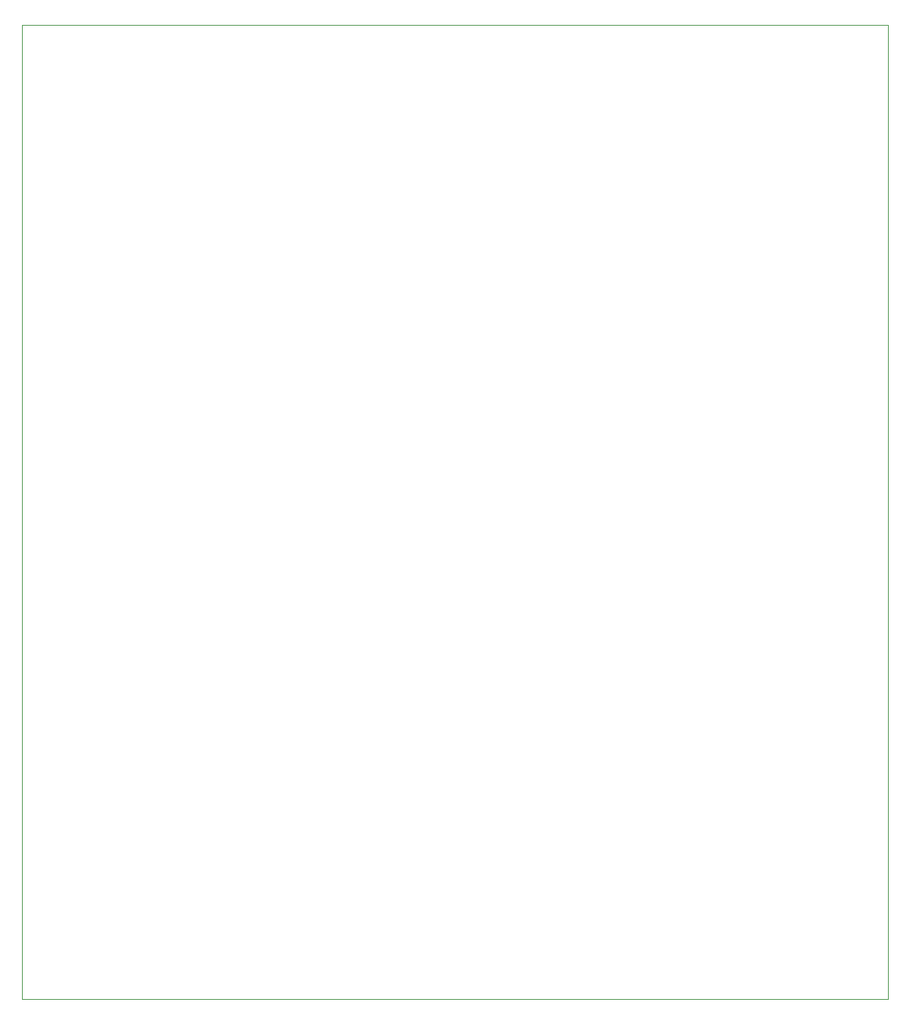
<source format=gbr>
%TF.GenerationSoftware,KiCad,Pcbnew,9.0.2*%
%TF.CreationDate,2025-12-04T12:20:35+01:00*%
%TF.ProjectId,TechStarter,54656368-5374-4617-9274-65722e6b6963,rev?*%
%TF.SameCoordinates,Original*%
%TF.FileFunction,Profile,NP*%
%FSLAX46Y46*%
G04 Gerber Fmt 4.6, Leading zero omitted, Abs format (unit mm)*
G04 Created by KiCad (PCBNEW 9.0.2) date 2025-12-04 12:20:35*
%MOMM*%
%LPD*%
G01*
G04 APERTURE LIST*
%TA.AperFunction,Profile*%
%ADD10C,0.050000*%
%TD*%
G04 APERTURE END LIST*
D10*
X165000000Y-137500000D02*
X265000000Y-137500000D01*
X265000000Y-137500000D02*
X265000000Y-25000000D01*
X165000000Y-25000000D02*
X165000000Y-137500000D01*
X265000000Y-25000000D02*
X165000000Y-25000000D01*
M02*

</source>
